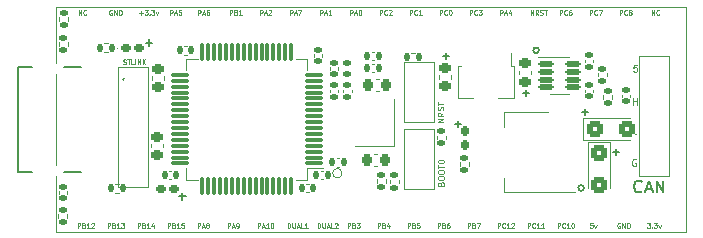
<source format=gto>
G04 #@! TF.GenerationSoftware,KiCad,Pcbnew,(6.0.7-1)-1*
G04 #@! TF.CreationDate,2023-01-12T11:00:53-05:00*
G04 #@! TF.ProjectId,F405_pill,46343035-5f70-4696-9c6c-2e6b69636164,rev?*
G04 #@! TF.SameCoordinates,Original*
G04 #@! TF.FileFunction,Legend,Top*
G04 #@! TF.FilePolarity,Positive*
%FSLAX46Y46*%
G04 Gerber Fmt 4.6, Leading zero omitted, Abs format (unit mm)*
G04 Created by KiCad (PCBNEW (6.0.7-1)-1) date 2023-01-12 11:00:53*
%MOMM*%
%LPD*%
G01*
G04 APERTURE LIST*
G04 Aperture macros list*
%AMRoundRect*
0 Rectangle with rounded corners*
0 $1 Rounding radius*
0 $2 $3 $4 $5 $6 $7 $8 $9 X,Y pos of 4 corners*
0 Add a 4 corners polygon primitive as box body*
4,1,4,$2,$3,$4,$5,$6,$7,$8,$9,$2,$3,0*
0 Add four circle primitives for the rounded corners*
1,1,$1+$1,$2,$3*
1,1,$1+$1,$4,$5*
1,1,$1+$1,$6,$7*
1,1,$1+$1,$8,$9*
0 Add four rect primitives between the rounded corners*
20,1,$1+$1,$2,$3,$4,$5,0*
20,1,$1+$1,$4,$5,$6,$7,0*
20,1,$1+$1,$6,$7,$8,$9,0*
20,1,$1+$1,$8,$9,$2,$3,0*%
%AMFreePoly0*
4,1,9,3.862500,-0.866500,0.737500,-0.866500,0.737500,-0.450000,-0.737500,-0.450000,-0.737500,0.450000,0.737500,0.450000,0.737500,0.866500,3.862500,0.866500,3.862500,-0.866500,3.862500,-0.866500,$1*%
G04 Aperture macros list end*
%ADD10C,0.200000*%
%ADD11C,0.100000*%
%ADD12C,0.060000*%
%ADD13C,0.150000*%
%ADD14C,0.080000*%
%ADD15C,0.090000*%
%ADD16C,0.070000*%
%ADD17C,0.120000*%
%ADD18C,0.127000*%
%ADD19RoundRect,0.135000X0.185000X-0.135000X0.185000X0.135000X-0.185000X0.135000X-0.185000X-0.135000X0*%
%ADD20RoundRect,0.225000X0.250000X-0.225000X0.250000X0.225000X-0.250000X0.225000X-0.250000X-0.225000X0*%
%ADD21RoundRect,0.225000X-0.250000X0.225000X-0.250000X-0.225000X0.250000X-0.225000X0.250000X0.225000X0*%
%ADD22RoundRect,0.140000X0.140000X0.170000X-0.140000X0.170000X-0.140000X-0.170000X0.140000X-0.170000X0*%
%ADD23RoundRect,0.135000X-0.135000X-0.185000X0.135000X-0.185000X0.135000X0.185000X-0.135000X0.185000X0*%
%ADD24RoundRect,0.160000X0.160000X-0.222500X0.160000X0.222500X-0.160000X0.222500X-0.160000X-0.222500X0*%
%ADD25R,2.000000X1.500000*%
%ADD26R,2.000000X3.800000*%
%ADD27RoundRect,0.140000X0.170000X-0.140000X0.170000X0.140000X-0.170000X0.140000X-0.170000X-0.140000X0*%
%ADD28C,1.524000*%
%ADD29R,1.200000X1.400000*%
%ADD30RoundRect,0.225000X-0.225000X-0.250000X0.225000X-0.250000X0.225000X0.250000X-0.225000X0.250000X0*%
%ADD31RoundRect,0.140000X-0.170000X0.140000X-0.170000X-0.140000X0.170000X-0.140000X0.170000X0.140000X0*%
%ADD32R,0.900000X1.300000*%
%ADD33FreePoly0,270.000000*%
%ADD34RoundRect,0.140000X-0.140000X-0.170000X0.140000X-0.170000X0.140000X0.170000X-0.140000X0.170000X0*%
%ADD35RoundRect,0.250000X-0.450000X-0.425000X0.450000X-0.425000X0.450000X0.425000X-0.450000X0.425000X0*%
%ADD36RoundRect,0.135000X-0.185000X0.135000X-0.185000X-0.135000X0.185000X-0.135000X0.185000X0.135000X0*%
%ADD37RoundRect,0.160000X-0.222500X-0.160000X0.222500X-0.160000X0.222500X0.160000X-0.222500X0.160000X0*%
%ADD38RoundRect,0.075000X0.700000X0.075000X-0.700000X0.075000X-0.700000X-0.075000X0.700000X-0.075000X0*%
%ADD39RoundRect,0.075000X0.075000X0.700000X-0.075000X0.700000X-0.075000X-0.700000X0.075000X-0.700000X0*%
%ADD40RoundRect,0.225000X0.225000X0.250000X-0.225000X0.250000X-0.225000X-0.250000X0.225000X-0.250000X0*%
%ADD41RoundRect,0.147500X-0.172500X0.147500X-0.172500X-0.147500X0.172500X-0.147500X0.172500X0.147500X0*%
%ADD42RoundRect,0.250000X-0.425000X0.450000X-0.425000X-0.450000X0.425000X-0.450000X0.425000X0.450000X0*%
%ADD43RoundRect,0.125000X-0.537500X-0.125000X0.537500X-0.125000X0.537500X0.125000X-0.537500X0.125000X0*%
%ADD44C,0.700000*%
%ADD45R,1.450000X0.600000*%
%ADD46R,1.450000X0.300000*%
%ADD47O,2.100000X1.050000*%
G04 APERTURE END LIST*
D10*
X137230832Y-78850000D02*
G75*
G03*
X137230832Y-78850000I-240832J0D01*
G01*
X141040832Y-90500000D02*
G75*
G03*
X141040832Y-90500000I-240832J0D01*
G01*
D11*
X120560000Y-89250000D02*
G75*
G03*
X120560000Y-89250000I-400000J0D01*
G01*
D12*
X128654238Y-93890952D02*
X128654238Y-93490952D01*
X128806619Y-93490952D01*
X128844714Y-93510000D01*
X128863761Y-93529047D01*
X128882809Y-93567142D01*
X128882809Y-93624285D01*
X128863761Y-93662380D01*
X128844714Y-93681428D01*
X128806619Y-93700476D01*
X128654238Y-93700476D01*
X129187571Y-93681428D02*
X129244714Y-93700476D01*
X129263761Y-93719523D01*
X129282809Y-93757619D01*
X129282809Y-93814761D01*
X129263761Y-93852857D01*
X129244714Y-93871904D01*
X129206619Y-93890952D01*
X129054238Y-93890952D01*
X129054238Y-93490952D01*
X129187571Y-93490952D01*
X129225666Y-93510000D01*
X129244714Y-93529047D01*
X129263761Y-93567142D01*
X129263761Y-93605238D01*
X129244714Y-93643333D01*
X129225666Y-93662380D01*
X129187571Y-93681428D01*
X129054238Y-93681428D01*
X129625666Y-93490952D02*
X129549476Y-93490952D01*
X129511380Y-93510000D01*
X129492333Y-93529047D01*
X129454238Y-93586190D01*
X129435190Y-93662380D01*
X129435190Y-93814761D01*
X129454238Y-93852857D01*
X129473285Y-93871904D01*
X129511380Y-93890952D01*
X129587571Y-93890952D01*
X129625666Y-93871904D01*
X129644714Y-93852857D01*
X129663761Y-93814761D01*
X129663761Y-93719523D01*
X129644714Y-93681428D01*
X129625666Y-93662380D01*
X129587571Y-93643333D01*
X129511380Y-93643333D01*
X129473285Y-93662380D01*
X129454238Y-93681428D01*
X129435190Y-93719523D01*
X118494238Y-93890952D02*
X118494238Y-93490952D01*
X118589476Y-93490952D01*
X118646619Y-93510000D01*
X118684714Y-93548095D01*
X118703761Y-93586190D01*
X118722809Y-93662380D01*
X118722809Y-93719523D01*
X118703761Y-93795714D01*
X118684714Y-93833809D01*
X118646619Y-93871904D01*
X118589476Y-93890952D01*
X118494238Y-93890952D01*
X118894238Y-93490952D02*
X118894238Y-93814761D01*
X118913285Y-93852857D01*
X118932333Y-93871904D01*
X118970428Y-93890952D01*
X119046619Y-93890952D01*
X119084714Y-93871904D01*
X119103761Y-93852857D01*
X119122809Y-93814761D01*
X119122809Y-93490952D01*
X119294238Y-93776666D02*
X119484714Y-93776666D01*
X119256142Y-93890952D02*
X119389476Y-93490952D01*
X119522809Y-93890952D01*
X119846619Y-93890952D02*
X119656142Y-93890952D01*
X119656142Y-93490952D01*
X119960904Y-93529047D02*
X119979952Y-93510000D01*
X120018047Y-93490952D01*
X120113285Y-93490952D01*
X120151380Y-93510000D01*
X120170428Y-93529047D01*
X120189476Y-93567142D01*
X120189476Y-93605238D01*
X120170428Y-93662380D01*
X119941857Y-93890952D01*
X120189476Y-93890952D01*
X113414238Y-93890952D02*
X113414238Y-93490952D01*
X113566619Y-93490952D01*
X113604714Y-93510000D01*
X113623761Y-93529047D01*
X113642809Y-93567142D01*
X113642809Y-93624285D01*
X113623761Y-93662380D01*
X113604714Y-93681428D01*
X113566619Y-93700476D01*
X113414238Y-93700476D01*
X113795190Y-93776666D02*
X113985666Y-93776666D01*
X113757095Y-93890952D02*
X113890428Y-93490952D01*
X114023761Y-93890952D01*
X114366619Y-93890952D02*
X114138047Y-93890952D01*
X114252333Y-93890952D02*
X114252333Y-93490952D01*
X114214238Y-93548095D01*
X114176142Y-93586190D01*
X114138047Y-93605238D01*
X114614238Y-93490952D02*
X114652333Y-93490952D01*
X114690428Y-93510000D01*
X114709476Y-93529047D01*
X114728523Y-93567142D01*
X114747571Y-93643333D01*
X114747571Y-93738571D01*
X114728523Y-93814761D01*
X114709476Y-93852857D01*
X114690428Y-93871904D01*
X114652333Y-93890952D01*
X114614238Y-93890952D01*
X114576142Y-93871904D01*
X114557095Y-93852857D01*
X114538047Y-93814761D01*
X114519000Y-93738571D01*
X114519000Y-93643333D01*
X114538047Y-93567142D01*
X114557095Y-93529047D01*
X114576142Y-93510000D01*
X114614238Y-93490952D01*
X146396142Y-93490952D02*
X146643761Y-93490952D01*
X146510428Y-93643333D01*
X146567571Y-93643333D01*
X146605666Y-93662380D01*
X146624714Y-93681428D01*
X146643761Y-93719523D01*
X146643761Y-93814761D01*
X146624714Y-93852857D01*
X146605666Y-93871904D01*
X146567571Y-93890952D01*
X146453285Y-93890952D01*
X146415190Y-93871904D01*
X146396142Y-93852857D01*
X146815190Y-93852857D02*
X146834238Y-93871904D01*
X146815190Y-93890952D01*
X146796142Y-93871904D01*
X146815190Y-93852857D01*
X146815190Y-93890952D01*
X146967571Y-93490952D02*
X147215190Y-93490952D01*
X147081857Y-93643333D01*
X147139000Y-93643333D01*
X147177095Y-93662380D01*
X147196142Y-93681428D01*
X147215190Y-93719523D01*
X147215190Y-93814761D01*
X147196142Y-93852857D01*
X147177095Y-93871904D01*
X147139000Y-93890952D01*
X147024714Y-93890952D01*
X146986619Y-93871904D01*
X146967571Y-93852857D01*
X147348523Y-93624285D02*
X147443761Y-93890952D01*
X147539000Y-93624285D01*
X103254238Y-93890952D02*
X103254238Y-93490952D01*
X103406619Y-93490952D01*
X103444714Y-93510000D01*
X103463761Y-93529047D01*
X103482809Y-93567142D01*
X103482809Y-93624285D01*
X103463761Y-93662380D01*
X103444714Y-93681428D01*
X103406619Y-93700476D01*
X103254238Y-93700476D01*
X103787571Y-93681428D02*
X103844714Y-93700476D01*
X103863761Y-93719523D01*
X103882809Y-93757619D01*
X103882809Y-93814761D01*
X103863761Y-93852857D01*
X103844714Y-93871904D01*
X103806619Y-93890952D01*
X103654238Y-93890952D01*
X103654238Y-93490952D01*
X103787571Y-93490952D01*
X103825666Y-93510000D01*
X103844714Y-93529047D01*
X103863761Y-93567142D01*
X103863761Y-93605238D01*
X103844714Y-93643333D01*
X103825666Y-93662380D01*
X103787571Y-93681428D01*
X103654238Y-93681428D01*
X104263761Y-93890952D02*
X104035190Y-93890952D01*
X104149476Y-93890952D02*
X104149476Y-93490952D01*
X104111380Y-93548095D01*
X104073285Y-93586190D01*
X104035190Y-93605238D01*
X104606619Y-93624285D02*
X104606619Y-93890952D01*
X104511380Y-93471904D02*
X104416142Y-93757619D01*
X104663761Y-93757619D01*
D13*
X129093333Y-79360000D02*
X129626666Y-79360000D01*
X129360000Y-79626666D02*
X129360000Y-79093333D01*
D12*
X113609333Y-75840952D02*
X113609333Y-75440952D01*
X113761714Y-75440952D01*
X113799809Y-75460000D01*
X113818857Y-75479047D01*
X113837904Y-75517142D01*
X113837904Y-75574285D01*
X113818857Y-75612380D01*
X113799809Y-75631428D01*
X113761714Y-75650476D01*
X113609333Y-75650476D01*
X113990285Y-75726666D02*
X114180761Y-75726666D01*
X113952190Y-75840952D02*
X114085523Y-75440952D01*
X114218857Y-75840952D01*
X114333142Y-75479047D02*
X114352190Y-75460000D01*
X114390285Y-75440952D01*
X114485523Y-75440952D01*
X114523619Y-75460000D01*
X114542666Y-75479047D01*
X114561714Y-75517142D01*
X114561714Y-75555238D01*
X114542666Y-75612380D01*
X114314095Y-75840952D01*
X114561714Y-75840952D01*
D13*
X130083333Y-85080000D02*
X130616666Y-85080000D01*
X130350000Y-85346666D02*
X130350000Y-84813333D01*
D12*
X136532857Y-75840952D02*
X136532857Y-75440952D01*
X136761428Y-75840952D01*
X136761428Y-75440952D01*
X137180476Y-75840952D02*
X137047142Y-75650476D01*
X136951904Y-75840952D02*
X136951904Y-75440952D01*
X137104285Y-75440952D01*
X137142380Y-75460000D01*
X137161428Y-75479047D01*
X137180476Y-75517142D01*
X137180476Y-75574285D01*
X137161428Y-75612380D01*
X137142380Y-75631428D01*
X137104285Y-75650476D01*
X136951904Y-75650476D01*
X137332857Y-75821904D02*
X137390000Y-75840952D01*
X137485238Y-75840952D01*
X137523333Y-75821904D01*
X137542380Y-75802857D01*
X137561428Y-75764761D01*
X137561428Y-75726666D01*
X137542380Y-75688571D01*
X137523333Y-75669523D01*
X137485238Y-75650476D01*
X137409047Y-75631428D01*
X137370952Y-75612380D01*
X137351904Y-75593333D01*
X137332857Y-75555238D01*
X137332857Y-75517142D01*
X137351904Y-75479047D01*
X137370952Y-75460000D01*
X137409047Y-75440952D01*
X137504285Y-75440952D01*
X137561428Y-75460000D01*
X137675714Y-75440952D02*
X137904285Y-75440952D01*
X137790000Y-75840952D02*
X137790000Y-75440952D01*
X103389047Y-75688571D02*
X103693809Y-75688571D01*
X103541428Y-75840952D02*
X103541428Y-75536190D01*
X103846190Y-75440952D02*
X104093809Y-75440952D01*
X103960476Y-75593333D01*
X104017619Y-75593333D01*
X104055714Y-75612380D01*
X104074761Y-75631428D01*
X104093809Y-75669523D01*
X104093809Y-75764761D01*
X104074761Y-75802857D01*
X104055714Y-75821904D01*
X104017619Y-75840952D01*
X103903333Y-75840952D01*
X103865238Y-75821904D01*
X103846190Y-75802857D01*
X104265238Y-75802857D02*
X104284285Y-75821904D01*
X104265238Y-75840952D01*
X104246190Y-75821904D01*
X104265238Y-75802857D01*
X104265238Y-75840952D01*
X104417619Y-75440952D02*
X104665238Y-75440952D01*
X104531904Y-75593333D01*
X104589047Y-75593333D01*
X104627142Y-75612380D01*
X104646190Y-75631428D01*
X104665238Y-75669523D01*
X104665238Y-75764761D01*
X104646190Y-75802857D01*
X104627142Y-75821904D01*
X104589047Y-75840952D01*
X104474761Y-75840952D01*
X104436666Y-75821904D01*
X104417619Y-75802857D01*
X104798571Y-75574285D02*
X104893809Y-75840952D01*
X104989047Y-75574285D01*
X98174238Y-93890952D02*
X98174238Y-93490952D01*
X98326619Y-93490952D01*
X98364714Y-93510000D01*
X98383761Y-93529047D01*
X98402809Y-93567142D01*
X98402809Y-93624285D01*
X98383761Y-93662380D01*
X98364714Y-93681428D01*
X98326619Y-93700476D01*
X98174238Y-93700476D01*
X98707571Y-93681428D02*
X98764714Y-93700476D01*
X98783761Y-93719523D01*
X98802809Y-93757619D01*
X98802809Y-93814761D01*
X98783761Y-93852857D01*
X98764714Y-93871904D01*
X98726619Y-93890952D01*
X98574238Y-93890952D01*
X98574238Y-93490952D01*
X98707571Y-93490952D01*
X98745666Y-93510000D01*
X98764714Y-93529047D01*
X98783761Y-93567142D01*
X98783761Y-93605238D01*
X98764714Y-93643333D01*
X98745666Y-93662380D01*
X98707571Y-93681428D01*
X98574238Y-93681428D01*
X99183761Y-93890952D02*
X98955190Y-93890952D01*
X99069476Y-93890952D02*
X99069476Y-93490952D01*
X99031380Y-93548095D01*
X98993285Y-93586190D01*
X98955190Y-93605238D01*
X99336142Y-93529047D02*
X99355190Y-93510000D01*
X99393285Y-93490952D01*
X99488523Y-93490952D01*
X99526619Y-93510000D01*
X99545666Y-93529047D01*
X99564714Y-93567142D01*
X99564714Y-93605238D01*
X99545666Y-93662380D01*
X99317095Y-93890952D01*
X99564714Y-93890952D01*
D13*
X135863333Y-82470000D02*
X136396666Y-82470000D01*
X136130000Y-82736666D02*
X136130000Y-82203333D01*
D14*
X145530857Y-80063428D02*
X145245142Y-80063428D01*
X145216571Y-80349142D01*
X145245142Y-80320571D01*
X145302285Y-80292000D01*
X145445142Y-80292000D01*
X145502285Y-80320571D01*
X145530857Y-80349142D01*
X145559428Y-80406285D01*
X145559428Y-80549142D01*
X145530857Y-80606285D01*
X145502285Y-80634857D01*
X145445142Y-80663428D01*
X145302285Y-80663428D01*
X145245142Y-80634857D01*
X145216571Y-80606285D01*
D13*
X145915142Y-90781142D02*
X145867523Y-90828761D01*
X145724666Y-90876380D01*
X145629428Y-90876380D01*
X145486571Y-90828761D01*
X145391333Y-90733523D01*
X145343714Y-90638285D01*
X145296095Y-90447809D01*
X145296095Y-90304952D01*
X145343714Y-90114476D01*
X145391333Y-90019238D01*
X145486571Y-89924000D01*
X145629428Y-89876380D01*
X145724666Y-89876380D01*
X145867523Y-89924000D01*
X145915142Y-89971619D01*
X146296095Y-90590666D02*
X146772285Y-90590666D01*
X146200857Y-90876380D02*
X146534190Y-89876380D01*
X146867523Y-90876380D01*
X147200857Y-90876380D02*
X147200857Y-89876380D01*
X147772285Y-90876380D01*
X147772285Y-89876380D01*
D15*
X129146190Y-84931428D02*
X128646190Y-84931428D01*
X129146190Y-84645714D01*
X128646190Y-84645714D01*
X129146190Y-84121904D02*
X128908095Y-84288571D01*
X129146190Y-84407619D02*
X128646190Y-84407619D01*
X128646190Y-84217142D01*
X128670000Y-84169523D01*
X128693809Y-84145714D01*
X128741428Y-84121904D01*
X128812857Y-84121904D01*
X128860476Y-84145714D01*
X128884285Y-84169523D01*
X128908095Y-84217142D01*
X128908095Y-84407619D01*
X129122380Y-83931428D02*
X129146190Y-83860000D01*
X129146190Y-83740952D01*
X129122380Y-83693333D01*
X129098571Y-83669523D01*
X129050952Y-83645714D01*
X129003333Y-83645714D01*
X128955714Y-83669523D01*
X128931904Y-83693333D01*
X128908095Y-83740952D01*
X128884285Y-83836190D01*
X128860476Y-83883809D01*
X128836666Y-83907619D01*
X128789047Y-83931428D01*
X128741428Y-83931428D01*
X128693809Y-83907619D01*
X128670000Y-83883809D01*
X128646190Y-83836190D01*
X128646190Y-83717142D01*
X128670000Y-83645714D01*
X128646190Y-83502857D02*
X128646190Y-83217142D01*
X129146190Y-83360000D02*
X128646190Y-83360000D01*
X128924285Y-90146666D02*
X128948095Y-90075238D01*
X128971904Y-90051428D01*
X129019523Y-90027619D01*
X129090952Y-90027619D01*
X129138571Y-90051428D01*
X129162380Y-90075238D01*
X129186190Y-90122857D01*
X129186190Y-90313333D01*
X128686190Y-90313333D01*
X128686190Y-90146666D01*
X128710000Y-90099047D01*
X128733809Y-90075238D01*
X128781428Y-90051428D01*
X128829047Y-90051428D01*
X128876666Y-90075238D01*
X128900476Y-90099047D01*
X128924285Y-90146666D01*
X128924285Y-90313333D01*
X128686190Y-89718095D02*
X128686190Y-89622857D01*
X128710000Y-89575238D01*
X128757619Y-89527619D01*
X128852857Y-89503809D01*
X129019523Y-89503809D01*
X129114761Y-89527619D01*
X129162380Y-89575238D01*
X129186190Y-89622857D01*
X129186190Y-89718095D01*
X129162380Y-89765714D01*
X129114761Y-89813333D01*
X129019523Y-89837142D01*
X128852857Y-89837142D01*
X128757619Y-89813333D01*
X128710000Y-89765714D01*
X128686190Y-89718095D01*
X128686190Y-89194285D02*
X128686190Y-89099047D01*
X128710000Y-89051428D01*
X128757619Y-89003809D01*
X128852857Y-88980000D01*
X129019523Y-88980000D01*
X129114761Y-89003809D01*
X129162380Y-89051428D01*
X129186190Y-89099047D01*
X129186190Y-89194285D01*
X129162380Y-89241904D01*
X129114761Y-89289523D01*
X129019523Y-89313333D01*
X128852857Y-89313333D01*
X128757619Y-89289523D01*
X128710000Y-89241904D01*
X128686190Y-89194285D01*
X128686190Y-88837142D02*
X128686190Y-88551428D01*
X129186190Y-88694285D02*
X128686190Y-88694285D01*
X128686190Y-88289523D02*
X128686190Y-88241904D01*
X128710000Y-88194285D01*
X128733809Y-88170476D01*
X128781428Y-88146666D01*
X128876666Y-88122857D01*
X128995714Y-88122857D01*
X129090952Y-88146666D01*
X129138571Y-88170476D01*
X129162380Y-88194285D01*
X129186190Y-88241904D01*
X129186190Y-88289523D01*
X129162380Y-88337142D01*
X129138571Y-88360952D01*
X129090952Y-88384761D01*
X128995714Y-88408571D01*
X128876666Y-88408571D01*
X128781428Y-88384761D01*
X128733809Y-88360952D01*
X128710000Y-88337142D01*
X128686190Y-88289523D01*
D12*
X121034238Y-93890952D02*
X121034238Y-93490952D01*
X121186619Y-93490952D01*
X121224714Y-93510000D01*
X121243761Y-93529047D01*
X121262809Y-93567142D01*
X121262809Y-93624285D01*
X121243761Y-93662380D01*
X121224714Y-93681428D01*
X121186619Y-93700476D01*
X121034238Y-93700476D01*
X121567571Y-93681428D02*
X121624714Y-93700476D01*
X121643761Y-93719523D01*
X121662809Y-93757619D01*
X121662809Y-93814761D01*
X121643761Y-93852857D01*
X121624714Y-93871904D01*
X121586619Y-93890952D01*
X121434238Y-93890952D01*
X121434238Y-93490952D01*
X121567571Y-93490952D01*
X121605666Y-93510000D01*
X121624714Y-93529047D01*
X121643761Y-93567142D01*
X121643761Y-93605238D01*
X121624714Y-93643333D01*
X121605666Y-93662380D01*
X121567571Y-93681428D01*
X121434238Y-93681428D01*
X121796142Y-93490952D02*
X122043761Y-93490952D01*
X121910428Y-93643333D01*
X121967571Y-93643333D01*
X122005666Y-93662380D01*
X122024714Y-93681428D01*
X122043761Y-93719523D01*
X122043761Y-93814761D01*
X122024714Y-93852857D01*
X122005666Y-93871904D01*
X121967571Y-93890952D01*
X121853285Y-93890952D01*
X121815190Y-93871904D01*
X121796142Y-93852857D01*
X101071238Y-75460000D02*
X101033142Y-75440952D01*
X100976000Y-75440952D01*
X100918857Y-75460000D01*
X100880761Y-75498095D01*
X100861714Y-75536190D01*
X100842666Y-75612380D01*
X100842666Y-75669523D01*
X100861714Y-75745714D01*
X100880761Y-75783809D01*
X100918857Y-75821904D01*
X100976000Y-75840952D01*
X101014095Y-75840952D01*
X101071238Y-75821904D01*
X101090285Y-75802857D01*
X101090285Y-75669523D01*
X101014095Y-75669523D01*
X101261714Y-75840952D02*
X101261714Y-75440952D01*
X101490285Y-75840952D01*
X101490285Y-75440952D01*
X101680761Y-75840952D02*
X101680761Y-75440952D01*
X101776000Y-75440952D01*
X101833142Y-75460000D01*
X101871238Y-75498095D01*
X101890285Y-75536190D01*
X101909333Y-75612380D01*
X101909333Y-75669523D01*
X101890285Y-75745714D01*
X101871238Y-75783809D01*
X101833142Y-75821904D01*
X101776000Y-75840952D01*
X101680761Y-75840952D01*
D14*
X145216571Y-83463428D02*
X145216571Y-82863428D01*
X145216571Y-83149142D02*
X145559428Y-83149142D01*
X145559428Y-83463428D02*
X145559428Y-82863428D01*
D12*
X128820761Y-75840952D02*
X128820761Y-75440952D01*
X128973142Y-75440952D01*
X129011238Y-75460000D01*
X129030285Y-75479047D01*
X129049333Y-75517142D01*
X129049333Y-75574285D01*
X129030285Y-75612380D01*
X129011238Y-75631428D01*
X128973142Y-75650476D01*
X128820761Y-75650476D01*
X129449333Y-75802857D02*
X129430285Y-75821904D01*
X129373142Y-75840952D01*
X129335047Y-75840952D01*
X129277904Y-75821904D01*
X129239809Y-75783809D01*
X129220761Y-75745714D01*
X129201714Y-75669523D01*
X129201714Y-75612380D01*
X129220761Y-75536190D01*
X129239809Y-75498095D01*
X129277904Y-75460000D01*
X129335047Y-75440952D01*
X129373142Y-75440952D01*
X129430285Y-75460000D01*
X129449333Y-75479047D01*
X129696952Y-75440952D02*
X129735047Y-75440952D01*
X129773142Y-75460000D01*
X129792190Y-75479047D01*
X129811238Y-75517142D01*
X129830285Y-75593333D01*
X129830285Y-75688571D01*
X129811238Y-75764761D01*
X129792190Y-75802857D01*
X129773142Y-75821904D01*
X129735047Y-75840952D01*
X129696952Y-75840952D01*
X129658857Y-75821904D01*
X129639809Y-75802857D01*
X129620761Y-75764761D01*
X129601714Y-75688571D01*
X129601714Y-75593333D01*
X129620761Y-75517142D01*
X129639809Y-75479047D01*
X129658857Y-75460000D01*
X129696952Y-75440952D01*
X141766714Y-93490952D02*
X141576238Y-93490952D01*
X141557190Y-93681428D01*
X141576238Y-93662380D01*
X141614333Y-93643333D01*
X141709571Y-93643333D01*
X141747666Y-93662380D01*
X141766714Y-93681428D01*
X141785761Y-93719523D01*
X141785761Y-93814761D01*
X141766714Y-93852857D01*
X141747666Y-93871904D01*
X141709571Y-93890952D01*
X141614333Y-93890952D01*
X141576238Y-93871904D01*
X141557190Y-93852857D01*
X141919095Y-93624285D02*
X142014333Y-93890952D01*
X142109571Y-93624285D01*
X136274238Y-93890952D02*
X136274238Y-93490952D01*
X136426619Y-93490952D01*
X136464714Y-93510000D01*
X136483761Y-93529047D01*
X136502809Y-93567142D01*
X136502809Y-93624285D01*
X136483761Y-93662380D01*
X136464714Y-93681428D01*
X136426619Y-93700476D01*
X136274238Y-93700476D01*
X136902809Y-93852857D02*
X136883761Y-93871904D01*
X136826619Y-93890952D01*
X136788523Y-93890952D01*
X136731380Y-93871904D01*
X136693285Y-93833809D01*
X136674238Y-93795714D01*
X136655190Y-93719523D01*
X136655190Y-93662380D01*
X136674238Y-93586190D01*
X136693285Y-93548095D01*
X136731380Y-93510000D01*
X136788523Y-93490952D01*
X136826619Y-93490952D01*
X136883761Y-93510000D01*
X136902809Y-93529047D01*
X137283761Y-93890952D02*
X137055190Y-93890952D01*
X137169476Y-93890952D02*
X137169476Y-93490952D01*
X137131380Y-93548095D01*
X137093285Y-93586190D01*
X137055190Y-93605238D01*
X137664714Y-93890952D02*
X137436142Y-93890952D01*
X137550428Y-93890952D02*
X137550428Y-93490952D01*
X137512333Y-93548095D01*
X137474238Y-93586190D01*
X137436142Y-93605238D01*
X138814238Y-93890952D02*
X138814238Y-93490952D01*
X138966619Y-93490952D01*
X139004714Y-93510000D01*
X139023761Y-93529047D01*
X139042809Y-93567142D01*
X139042809Y-93624285D01*
X139023761Y-93662380D01*
X139004714Y-93681428D01*
X138966619Y-93700476D01*
X138814238Y-93700476D01*
X139442809Y-93852857D02*
X139423761Y-93871904D01*
X139366619Y-93890952D01*
X139328523Y-93890952D01*
X139271380Y-93871904D01*
X139233285Y-93833809D01*
X139214238Y-93795714D01*
X139195190Y-93719523D01*
X139195190Y-93662380D01*
X139214238Y-93586190D01*
X139233285Y-93548095D01*
X139271380Y-93510000D01*
X139328523Y-93490952D01*
X139366619Y-93490952D01*
X139423761Y-93510000D01*
X139442809Y-93529047D01*
X139823761Y-93890952D02*
X139595190Y-93890952D01*
X139709476Y-93890952D02*
X139709476Y-93490952D01*
X139671380Y-93548095D01*
X139633285Y-93586190D01*
X139595190Y-93605238D01*
X140071380Y-93490952D02*
X140109476Y-93490952D01*
X140147571Y-93510000D01*
X140166619Y-93529047D01*
X140185666Y-93567142D01*
X140204714Y-93643333D01*
X140204714Y-93738571D01*
X140185666Y-93814761D01*
X140166619Y-93852857D01*
X140147571Y-93871904D01*
X140109476Y-93890952D01*
X140071380Y-93890952D01*
X140033285Y-93871904D01*
X140014238Y-93852857D01*
X139995190Y-93814761D01*
X139976142Y-93738571D01*
X139976142Y-93643333D01*
X139995190Y-93567142D01*
X140014238Y-93529047D01*
X140033285Y-93510000D01*
X140071380Y-93490952D01*
X123574238Y-93890952D02*
X123574238Y-93490952D01*
X123726619Y-93490952D01*
X123764714Y-93510000D01*
X123783761Y-93529047D01*
X123802809Y-93567142D01*
X123802809Y-93624285D01*
X123783761Y-93662380D01*
X123764714Y-93681428D01*
X123726619Y-93700476D01*
X123574238Y-93700476D01*
X124107571Y-93681428D02*
X124164714Y-93700476D01*
X124183761Y-93719523D01*
X124202809Y-93757619D01*
X124202809Y-93814761D01*
X124183761Y-93852857D01*
X124164714Y-93871904D01*
X124126619Y-93890952D01*
X123974238Y-93890952D01*
X123974238Y-93490952D01*
X124107571Y-93490952D01*
X124145666Y-93510000D01*
X124164714Y-93529047D01*
X124183761Y-93567142D01*
X124183761Y-93605238D01*
X124164714Y-93643333D01*
X124145666Y-93662380D01*
X124107571Y-93681428D01*
X123974238Y-93681428D01*
X124545666Y-93624285D02*
X124545666Y-93890952D01*
X124450428Y-93471904D02*
X124355190Y-93757619D01*
X124602809Y-93757619D01*
X100714238Y-93890952D02*
X100714238Y-93490952D01*
X100866619Y-93490952D01*
X100904714Y-93510000D01*
X100923761Y-93529047D01*
X100942809Y-93567142D01*
X100942809Y-93624285D01*
X100923761Y-93662380D01*
X100904714Y-93681428D01*
X100866619Y-93700476D01*
X100714238Y-93700476D01*
X101247571Y-93681428D02*
X101304714Y-93700476D01*
X101323761Y-93719523D01*
X101342809Y-93757619D01*
X101342809Y-93814761D01*
X101323761Y-93852857D01*
X101304714Y-93871904D01*
X101266619Y-93890952D01*
X101114238Y-93890952D01*
X101114238Y-93490952D01*
X101247571Y-93490952D01*
X101285666Y-93510000D01*
X101304714Y-93529047D01*
X101323761Y-93567142D01*
X101323761Y-93605238D01*
X101304714Y-93643333D01*
X101285666Y-93662380D01*
X101247571Y-93681428D01*
X101114238Y-93681428D01*
X101723761Y-93890952D02*
X101495190Y-93890952D01*
X101609476Y-93890952D02*
X101609476Y-93490952D01*
X101571380Y-93548095D01*
X101533285Y-93586190D01*
X101495190Y-93605238D01*
X101857095Y-93490952D02*
X102104714Y-93490952D01*
X101971380Y-93643333D01*
X102028523Y-93643333D01*
X102066619Y-93662380D01*
X102085666Y-93681428D01*
X102104714Y-93719523D01*
X102104714Y-93814761D01*
X102085666Y-93852857D01*
X102066619Y-93871904D01*
X102028523Y-93890952D01*
X101914238Y-93890952D01*
X101876142Y-93871904D01*
X101857095Y-93852857D01*
X141520761Y-75840952D02*
X141520761Y-75440952D01*
X141673142Y-75440952D01*
X141711238Y-75460000D01*
X141730285Y-75479047D01*
X141749333Y-75517142D01*
X141749333Y-75574285D01*
X141730285Y-75612380D01*
X141711238Y-75631428D01*
X141673142Y-75650476D01*
X141520761Y-75650476D01*
X142149333Y-75802857D02*
X142130285Y-75821904D01*
X142073142Y-75840952D01*
X142035047Y-75840952D01*
X141977904Y-75821904D01*
X141939809Y-75783809D01*
X141920761Y-75745714D01*
X141901714Y-75669523D01*
X141901714Y-75612380D01*
X141920761Y-75536190D01*
X141939809Y-75498095D01*
X141977904Y-75460000D01*
X142035047Y-75440952D01*
X142073142Y-75440952D01*
X142130285Y-75460000D01*
X142149333Y-75479047D01*
X142282666Y-75440952D02*
X142549333Y-75440952D01*
X142377904Y-75840952D01*
X121229333Y-75840952D02*
X121229333Y-75440952D01*
X121381714Y-75440952D01*
X121419809Y-75460000D01*
X121438857Y-75479047D01*
X121457904Y-75517142D01*
X121457904Y-75574285D01*
X121438857Y-75612380D01*
X121419809Y-75631428D01*
X121381714Y-75650476D01*
X121229333Y-75650476D01*
X121610285Y-75726666D02*
X121800761Y-75726666D01*
X121572190Y-75840952D02*
X121705523Y-75440952D01*
X121838857Y-75840952D01*
X122048380Y-75440952D02*
X122086476Y-75440952D01*
X122124571Y-75460000D01*
X122143619Y-75479047D01*
X122162666Y-75517142D01*
X122181714Y-75593333D01*
X122181714Y-75688571D01*
X122162666Y-75764761D01*
X122143619Y-75802857D01*
X122124571Y-75821904D01*
X122086476Y-75840952D01*
X122048380Y-75840952D01*
X122010285Y-75821904D01*
X121991238Y-75802857D01*
X121972190Y-75764761D01*
X121953142Y-75688571D01*
X121953142Y-75593333D01*
X121972190Y-75517142D01*
X121991238Y-75479047D01*
X122010285Y-75460000D01*
X122048380Y-75440952D01*
D13*
X103973333Y-78200000D02*
X104506666Y-78200000D01*
X104240000Y-78466666D02*
X104240000Y-77933333D01*
D14*
X145445142Y-88092000D02*
X145388000Y-88063428D01*
X145302285Y-88063428D01*
X145216571Y-88092000D01*
X145159428Y-88149142D01*
X145130857Y-88206285D01*
X145102285Y-88320571D01*
X145102285Y-88406285D01*
X145130857Y-88520571D01*
X145159428Y-88577714D01*
X145216571Y-88634857D01*
X145302285Y-88663428D01*
X145359428Y-88663428D01*
X145445142Y-88634857D01*
X145473714Y-88606285D01*
X145473714Y-88406285D01*
X145359428Y-88406285D01*
D12*
X131194238Y-93890952D02*
X131194238Y-93490952D01*
X131346619Y-93490952D01*
X131384714Y-93510000D01*
X131403761Y-93529047D01*
X131422809Y-93567142D01*
X131422809Y-93624285D01*
X131403761Y-93662380D01*
X131384714Y-93681428D01*
X131346619Y-93700476D01*
X131194238Y-93700476D01*
X131727571Y-93681428D02*
X131784714Y-93700476D01*
X131803761Y-93719523D01*
X131822809Y-93757619D01*
X131822809Y-93814761D01*
X131803761Y-93852857D01*
X131784714Y-93871904D01*
X131746619Y-93890952D01*
X131594238Y-93890952D01*
X131594238Y-93490952D01*
X131727571Y-93490952D01*
X131765666Y-93510000D01*
X131784714Y-93529047D01*
X131803761Y-93567142D01*
X131803761Y-93605238D01*
X131784714Y-93643333D01*
X131765666Y-93662380D01*
X131727571Y-93681428D01*
X131594238Y-93681428D01*
X131956142Y-93490952D02*
X132222809Y-93490952D01*
X132051380Y-93890952D01*
X133734238Y-93890952D02*
X133734238Y-93490952D01*
X133886619Y-93490952D01*
X133924714Y-93510000D01*
X133943761Y-93529047D01*
X133962809Y-93567142D01*
X133962809Y-93624285D01*
X133943761Y-93662380D01*
X133924714Y-93681428D01*
X133886619Y-93700476D01*
X133734238Y-93700476D01*
X134362809Y-93852857D02*
X134343761Y-93871904D01*
X134286619Y-93890952D01*
X134248523Y-93890952D01*
X134191380Y-93871904D01*
X134153285Y-93833809D01*
X134134238Y-93795714D01*
X134115190Y-93719523D01*
X134115190Y-93662380D01*
X134134238Y-93586190D01*
X134153285Y-93548095D01*
X134191380Y-93510000D01*
X134248523Y-93490952D01*
X134286619Y-93490952D01*
X134343761Y-93510000D01*
X134362809Y-93529047D01*
X134743761Y-93890952D02*
X134515190Y-93890952D01*
X134629476Y-93890952D02*
X134629476Y-93490952D01*
X134591380Y-93548095D01*
X134553285Y-93586190D01*
X134515190Y-93605238D01*
X134896142Y-93529047D02*
X134915190Y-93510000D01*
X134953285Y-93490952D01*
X135048523Y-93490952D01*
X135086619Y-93510000D01*
X135105666Y-93529047D01*
X135124714Y-93567142D01*
X135124714Y-93605238D01*
X135105666Y-93662380D01*
X134877095Y-93890952D01*
X135124714Y-93890952D01*
D13*
X143503333Y-87440000D02*
X144036666Y-87440000D01*
X143770000Y-87706666D02*
X143770000Y-87173333D01*
D12*
X111040761Y-75840952D02*
X111040761Y-75440952D01*
X111193142Y-75440952D01*
X111231238Y-75460000D01*
X111250285Y-75479047D01*
X111269333Y-75517142D01*
X111269333Y-75574285D01*
X111250285Y-75612380D01*
X111231238Y-75631428D01*
X111193142Y-75650476D01*
X111040761Y-75650476D01*
X111574095Y-75631428D02*
X111631238Y-75650476D01*
X111650285Y-75669523D01*
X111669333Y-75707619D01*
X111669333Y-75764761D01*
X111650285Y-75802857D01*
X111631238Y-75821904D01*
X111593142Y-75840952D01*
X111440761Y-75840952D01*
X111440761Y-75440952D01*
X111574095Y-75440952D01*
X111612190Y-75460000D01*
X111631238Y-75479047D01*
X111650285Y-75517142D01*
X111650285Y-75555238D01*
X111631238Y-75593333D01*
X111612190Y-75612380D01*
X111574095Y-75631428D01*
X111440761Y-75631428D01*
X112050285Y-75840952D02*
X111821714Y-75840952D01*
X111936000Y-75840952D02*
X111936000Y-75440952D01*
X111897904Y-75498095D01*
X111859809Y-75536190D01*
X111821714Y-75555238D01*
X108363333Y-75848952D02*
X108363333Y-75448952D01*
X108515714Y-75448952D01*
X108553809Y-75468000D01*
X108572857Y-75487047D01*
X108591904Y-75525142D01*
X108591904Y-75582285D01*
X108572857Y-75620380D01*
X108553809Y-75639428D01*
X108515714Y-75658476D01*
X108363333Y-75658476D01*
X108744285Y-75734666D02*
X108934761Y-75734666D01*
X108706190Y-75848952D02*
X108839523Y-75448952D01*
X108972857Y-75848952D01*
X109277619Y-75448952D02*
X109201428Y-75448952D01*
X109163333Y-75468000D01*
X109144285Y-75487047D01*
X109106190Y-75544190D01*
X109087142Y-75620380D01*
X109087142Y-75772761D01*
X109106190Y-75810857D01*
X109125238Y-75829904D01*
X109163333Y-75848952D01*
X109239523Y-75848952D01*
X109277619Y-75829904D01*
X109296666Y-75810857D01*
X109315714Y-75772761D01*
X109315714Y-75677523D01*
X109296666Y-75639428D01*
X109277619Y-75620380D01*
X109239523Y-75601333D01*
X109163333Y-75601333D01*
X109125238Y-75620380D01*
X109106190Y-75639428D01*
X109087142Y-75677523D01*
X123740761Y-75840952D02*
X123740761Y-75440952D01*
X123893142Y-75440952D01*
X123931238Y-75460000D01*
X123950285Y-75479047D01*
X123969333Y-75517142D01*
X123969333Y-75574285D01*
X123950285Y-75612380D01*
X123931238Y-75631428D01*
X123893142Y-75650476D01*
X123740761Y-75650476D01*
X124369333Y-75802857D02*
X124350285Y-75821904D01*
X124293142Y-75840952D01*
X124255047Y-75840952D01*
X124197904Y-75821904D01*
X124159809Y-75783809D01*
X124140761Y-75745714D01*
X124121714Y-75669523D01*
X124121714Y-75612380D01*
X124140761Y-75536190D01*
X124159809Y-75498095D01*
X124197904Y-75460000D01*
X124255047Y-75440952D01*
X124293142Y-75440952D01*
X124350285Y-75460000D01*
X124369333Y-75479047D01*
X124521714Y-75479047D02*
X124540761Y-75460000D01*
X124578857Y-75440952D01*
X124674095Y-75440952D01*
X124712190Y-75460000D01*
X124731238Y-75479047D01*
X124750285Y-75517142D01*
X124750285Y-75555238D01*
X124731238Y-75612380D01*
X124502666Y-75840952D01*
X124750285Y-75840952D01*
X133929333Y-75840952D02*
X133929333Y-75440952D01*
X134081714Y-75440952D01*
X134119809Y-75460000D01*
X134138857Y-75479047D01*
X134157904Y-75517142D01*
X134157904Y-75574285D01*
X134138857Y-75612380D01*
X134119809Y-75631428D01*
X134081714Y-75650476D01*
X133929333Y-75650476D01*
X134310285Y-75726666D02*
X134500761Y-75726666D01*
X134272190Y-75840952D02*
X134405523Y-75440952D01*
X134538857Y-75840952D01*
X134843619Y-75574285D02*
X134843619Y-75840952D01*
X134748380Y-75421904D02*
X134653142Y-75707619D01*
X134900761Y-75707619D01*
X116149333Y-75840952D02*
X116149333Y-75440952D01*
X116301714Y-75440952D01*
X116339809Y-75460000D01*
X116358857Y-75479047D01*
X116377904Y-75517142D01*
X116377904Y-75574285D01*
X116358857Y-75612380D01*
X116339809Y-75631428D01*
X116301714Y-75650476D01*
X116149333Y-75650476D01*
X116530285Y-75726666D02*
X116720761Y-75726666D01*
X116492190Y-75840952D02*
X116625523Y-75440952D01*
X116758857Y-75840952D01*
X116854095Y-75440952D02*
X117120761Y-75440952D01*
X116949333Y-75840952D01*
X144103761Y-93510000D02*
X144065666Y-93490952D01*
X144008523Y-93490952D01*
X143951380Y-93510000D01*
X143913285Y-93548095D01*
X143894238Y-93586190D01*
X143875190Y-93662380D01*
X143875190Y-93719523D01*
X143894238Y-93795714D01*
X143913285Y-93833809D01*
X143951380Y-93871904D01*
X144008523Y-93890952D01*
X144046619Y-93890952D01*
X144103761Y-93871904D01*
X144122809Y-93852857D01*
X144122809Y-93719523D01*
X144046619Y-93719523D01*
X144294238Y-93890952D02*
X144294238Y-93490952D01*
X144522809Y-93890952D01*
X144522809Y-93490952D01*
X144713285Y-93890952D02*
X144713285Y-93490952D01*
X144808523Y-93490952D01*
X144865666Y-93510000D01*
X144903761Y-93548095D01*
X144922809Y-93586190D01*
X144941857Y-93662380D01*
X144941857Y-93719523D01*
X144922809Y-93795714D01*
X144903761Y-93833809D01*
X144865666Y-93871904D01*
X144808523Y-93890952D01*
X144713285Y-93890952D01*
X110874238Y-93890952D02*
X110874238Y-93490952D01*
X111026619Y-93490952D01*
X111064714Y-93510000D01*
X111083761Y-93529047D01*
X111102809Y-93567142D01*
X111102809Y-93624285D01*
X111083761Y-93662380D01*
X111064714Y-93681428D01*
X111026619Y-93700476D01*
X110874238Y-93700476D01*
X111255190Y-93776666D02*
X111445666Y-93776666D01*
X111217095Y-93890952D02*
X111350428Y-93490952D01*
X111483761Y-93890952D01*
X111636142Y-93890952D02*
X111712333Y-93890952D01*
X111750428Y-93871904D01*
X111769476Y-93852857D01*
X111807571Y-93795714D01*
X111826619Y-93719523D01*
X111826619Y-93567142D01*
X111807571Y-93529047D01*
X111788523Y-93510000D01*
X111750428Y-93490952D01*
X111674238Y-93490952D01*
X111636142Y-93510000D01*
X111617095Y-93529047D01*
X111598047Y-93567142D01*
X111598047Y-93662380D01*
X111617095Y-93700476D01*
X111636142Y-93719523D01*
X111674238Y-93738571D01*
X111750428Y-93738571D01*
X111788523Y-93719523D01*
X111807571Y-93700476D01*
X111826619Y-93662380D01*
X105989333Y-75840952D02*
X105989333Y-75440952D01*
X106141714Y-75440952D01*
X106179809Y-75460000D01*
X106198857Y-75479047D01*
X106217904Y-75517142D01*
X106217904Y-75574285D01*
X106198857Y-75612380D01*
X106179809Y-75631428D01*
X106141714Y-75650476D01*
X105989333Y-75650476D01*
X106370285Y-75726666D02*
X106560761Y-75726666D01*
X106332190Y-75840952D02*
X106465523Y-75440952D01*
X106598857Y-75840952D01*
X106922666Y-75440952D02*
X106732190Y-75440952D01*
X106713142Y-75631428D01*
X106732190Y-75612380D01*
X106770285Y-75593333D01*
X106865523Y-75593333D01*
X106903619Y-75612380D01*
X106922666Y-75631428D01*
X106941714Y-75669523D01*
X106941714Y-75764761D01*
X106922666Y-75802857D01*
X106903619Y-75821904D01*
X106865523Y-75840952D01*
X106770285Y-75840952D01*
X106732190Y-75821904D01*
X106713142Y-75802857D01*
D14*
X145473714Y-85963428D02*
X145188000Y-85963428D01*
X145188000Y-85363428D01*
D12*
X126114238Y-93890952D02*
X126114238Y-93490952D01*
X126266619Y-93490952D01*
X126304714Y-93510000D01*
X126323761Y-93529047D01*
X126342809Y-93567142D01*
X126342809Y-93624285D01*
X126323761Y-93662380D01*
X126304714Y-93681428D01*
X126266619Y-93700476D01*
X126114238Y-93700476D01*
X126647571Y-93681428D02*
X126704714Y-93700476D01*
X126723761Y-93719523D01*
X126742809Y-93757619D01*
X126742809Y-93814761D01*
X126723761Y-93852857D01*
X126704714Y-93871904D01*
X126666619Y-93890952D01*
X126514238Y-93890952D01*
X126514238Y-93490952D01*
X126647571Y-93490952D01*
X126685666Y-93510000D01*
X126704714Y-93529047D01*
X126723761Y-93567142D01*
X126723761Y-93605238D01*
X126704714Y-93643333D01*
X126685666Y-93662380D01*
X126647571Y-93681428D01*
X126514238Y-93681428D01*
X127104714Y-93490952D02*
X126914238Y-93490952D01*
X126895190Y-93681428D01*
X126914238Y-93662380D01*
X126952333Y-93643333D01*
X127047571Y-93643333D01*
X127085666Y-93662380D01*
X127104714Y-93681428D01*
X127123761Y-93719523D01*
X127123761Y-93814761D01*
X127104714Y-93852857D01*
X127085666Y-93871904D01*
X127047571Y-93890952D01*
X126952333Y-93890952D01*
X126914238Y-93871904D01*
X126895190Y-93852857D01*
X118689333Y-75840952D02*
X118689333Y-75440952D01*
X118841714Y-75440952D01*
X118879809Y-75460000D01*
X118898857Y-75479047D01*
X118917904Y-75517142D01*
X118917904Y-75574285D01*
X118898857Y-75612380D01*
X118879809Y-75631428D01*
X118841714Y-75650476D01*
X118689333Y-75650476D01*
X119070285Y-75726666D02*
X119260761Y-75726666D01*
X119032190Y-75840952D02*
X119165523Y-75440952D01*
X119298857Y-75840952D01*
X119641714Y-75840952D02*
X119413142Y-75840952D01*
X119527428Y-75840952D02*
X119527428Y-75440952D01*
X119489333Y-75498095D01*
X119451238Y-75536190D01*
X119413142Y-75555238D01*
D16*
X102026666Y-80001904D02*
X102083809Y-80020952D01*
X102179047Y-80020952D01*
X102217142Y-80001904D01*
X102236190Y-79982857D01*
X102255238Y-79944761D01*
X102255238Y-79906666D01*
X102236190Y-79868571D01*
X102217142Y-79849523D01*
X102179047Y-79830476D01*
X102102857Y-79811428D01*
X102064761Y-79792380D01*
X102045714Y-79773333D01*
X102026666Y-79735238D01*
X102026666Y-79697142D01*
X102045714Y-79659047D01*
X102064761Y-79640000D01*
X102102857Y-79620952D01*
X102198095Y-79620952D01*
X102255238Y-79640000D01*
X102369523Y-79620952D02*
X102598095Y-79620952D01*
X102483809Y-80020952D02*
X102483809Y-79620952D01*
X102921904Y-80020952D02*
X102731428Y-80020952D01*
X102731428Y-79620952D01*
X103055238Y-80020952D02*
X103055238Y-79620952D01*
X103245714Y-80020952D02*
X103245714Y-79620952D01*
X103474285Y-80020952D01*
X103474285Y-79620952D01*
X103664761Y-80020952D02*
X103664761Y-79620952D01*
X103893333Y-80020952D02*
X103721904Y-79792380D01*
X103893333Y-79620952D02*
X103664761Y-79849523D01*
D12*
X146781714Y-75840952D02*
X146781714Y-75440952D01*
X147010285Y-75840952D01*
X147010285Y-75440952D01*
X147429333Y-75802857D02*
X147410285Y-75821904D01*
X147353142Y-75840952D01*
X147315047Y-75840952D01*
X147257904Y-75821904D01*
X147219809Y-75783809D01*
X147200761Y-75745714D01*
X147181714Y-75669523D01*
X147181714Y-75612380D01*
X147200761Y-75536190D01*
X147219809Y-75498095D01*
X147257904Y-75460000D01*
X147315047Y-75440952D01*
X147353142Y-75440952D01*
X147410285Y-75460000D01*
X147429333Y-75479047D01*
D13*
X140873333Y-84080000D02*
X141406666Y-84080000D01*
X141140000Y-84346666D02*
X141140000Y-83813333D01*
D12*
X138980761Y-75840952D02*
X138980761Y-75440952D01*
X139133142Y-75440952D01*
X139171238Y-75460000D01*
X139190285Y-75479047D01*
X139209333Y-75517142D01*
X139209333Y-75574285D01*
X139190285Y-75612380D01*
X139171238Y-75631428D01*
X139133142Y-75650476D01*
X138980761Y-75650476D01*
X139609333Y-75802857D02*
X139590285Y-75821904D01*
X139533142Y-75840952D01*
X139495047Y-75840952D01*
X139437904Y-75821904D01*
X139399809Y-75783809D01*
X139380761Y-75745714D01*
X139361714Y-75669523D01*
X139361714Y-75612380D01*
X139380761Y-75536190D01*
X139399809Y-75498095D01*
X139437904Y-75460000D01*
X139495047Y-75440952D01*
X139533142Y-75440952D01*
X139590285Y-75460000D01*
X139609333Y-75479047D01*
X139952190Y-75440952D02*
X139876000Y-75440952D01*
X139837904Y-75460000D01*
X139818857Y-75479047D01*
X139780761Y-75536190D01*
X139761714Y-75612380D01*
X139761714Y-75764761D01*
X139780761Y-75802857D01*
X139799809Y-75821904D01*
X139837904Y-75840952D01*
X139914095Y-75840952D01*
X139952190Y-75821904D01*
X139971238Y-75802857D01*
X139990285Y-75764761D01*
X139990285Y-75669523D01*
X139971238Y-75631428D01*
X139952190Y-75612380D01*
X139914095Y-75593333D01*
X139837904Y-75593333D01*
X139799809Y-75612380D01*
X139780761Y-75631428D01*
X139761714Y-75669523D01*
X144060761Y-75840952D02*
X144060761Y-75440952D01*
X144213142Y-75440952D01*
X144251238Y-75460000D01*
X144270285Y-75479047D01*
X144289333Y-75517142D01*
X144289333Y-75574285D01*
X144270285Y-75612380D01*
X144251238Y-75631428D01*
X144213142Y-75650476D01*
X144060761Y-75650476D01*
X144689333Y-75802857D02*
X144670285Y-75821904D01*
X144613142Y-75840952D01*
X144575047Y-75840952D01*
X144517904Y-75821904D01*
X144479809Y-75783809D01*
X144460761Y-75745714D01*
X144441714Y-75669523D01*
X144441714Y-75612380D01*
X144460761Y-75536190D01*
X144479809Y-75498095D01*
X144517904Y-75460000D01*
X144575047Y-75440952D01*
X144613142Y-75440952D01*
X144670285Y-75460000D01*
X144689333Y-75479047D01*
X144917904Y-75612380D02*
X144879809Y-75593333D01*
X144860761Y-75574285D01*
X144841714Y-75536190D01*
X144841714Y-75517142D01*
X144860761Y-75479047D01*
X144879809Y-75460000D01*
X144917904Y-75440952D01*
X144994095Y-75440952D01*
X145032190Y-75460000D01*
X145051238Y-75479047D01*
X145070285Y-75517142D01*
X145070285Y-75536190D01*
X145051238Y-75574285D01*
X145032190Y-75593333D01*
X144994095Y-75612380D01*
X144917904Y-75612380D01*
X144879809Y-75631428D01*
X144860761Y-75650476D01*
X144841714Y-75688571D01*
X144841714Y-75764761D01*
X144860761Y-75802857D01*
X144879809Y-75821904D01*
X144917904Y-75840952D01*
X144994095Y-75840952D01*
X145032190Y-75821904D01*
X145051238Y-75802857D01*
X145070285Y-75764761D01*
X145070285Y-75688571D01*
X145051238Y-75650476D01*
X145032190Y-75631428D01*
X144994095Y-75612380D01*
X126280761Y-75840952D02*
X126280761Y-75440952D01*
X126433142Y-75440952D01*
X126471238Y-75460000D01*
X126490285Y-75479047D01*
X126509333Y-75517142D01*
X126509333Y-75574285D01*
X126490285Y-75612380D01*
X126471238Y-75631428D01*
X126433142Y-75650476D01*
X126280761Y-75650476D01*
X126909333Y-75802857D02*
X126890285Y-75821904D01*
X126833142Y-75840952D01*
X126795047Y-75840952D01*
X126737904Y-75821904D01*
X126699809Y-75783809D01*
X126680761Y-75745714D01*
X126661714Y-75669523D01*
X126661714Y-75612380D01*
X126680761Y-75536190D01*
X126699809Y-75498095D01*
X126737904Y-75460000D01*
X126795047Y-75440952D01*
X126833142Y-75440952D01*
X126890285Y-75460000D01*
X126909333Y-75479047D01*
X127290285Y-75840952D02*
X127061714Y-75840952D01*
X127176000Y-75840952D02*
X127176000Y-75440952D01*
X127137904Y-75498095D01*
X127099809Y-75536190D01*
X127061714Y-75555238D01*
X115954238Y-93890952D02*
X115954238Y-93490952D01*
X116049476Y-93490952D01*
X116106619Y-93510000D01*
X116144714Y-93548095D01*
X116163761Y-93586190D01*
X116182809Y-93662380D01*
X116182809Y-93719523D01*
X116163761Y-93795714D01*
X116144714Y-93833809D01*
X116106619Y-93871904D01*
X116049476Y-93890952D01*
X115954238Y-93890952D01*
X116354238Y-93490952D02*
X116354238Y-93814761D01*
X116373285Y-93852857D01*
X116392333Y-93871904D01*
X116430428Y-93890952D01*
X116506619Y-93890952D01*
X116544714Y-93871904D01*
X116563761Y-93852857D01*
X116582809Y-93814761D01*
X116582809Y-93490952D01*
X116754238Y-93776666D02*
X116944714Y-93776666D01*
X116716142Y-93890952D02*
X116849476Y-93490952D01*
X116982809Y-93890952D01*
X117306619Y-93890952D02*
X117116142Y-93890952D01*
X117116142Y-93490952D01*
X117649476Y-93890952D02*
X117420904Y-93890952D01*
X117535190Y-93890952D02*
X117535190Y-93490952D01*
X117497095Y-93548095D01*
X117459000Y-93586190D01*
X117420904Y-93605238D01*
X105794238Y-93890952D02*
X105794238Y-93490952D01*
X105946619Y-93490952D01*
X105984714Y-93510000D01*
X106003761Y-93529047D01*
X106022809Y-93567142D01*
X106022809Y-93624285D01*
X106003761Y-93662380D01*
X105984714Y-93681428D01*
X105946619Y-93700476D01*
X105794238Y-93700476D01*
X106327571Y-93681428D02*
X106384714Y-93700476D01*
X106403761Y-93719523D01*
X106422809Y-93757619D01*
X106422809Y-93814761D01*
X106403761Y-93852857D01*
X106384714Y-93871904D01*
X106346619Y-93890952D01*
X106194238Y-93890952D01*
X106194238Y-93490952D01*
X106327571Y-93490952D01*
X106365666Y-93510000D01*
X106384714Y-93529047D01*
X106403761Y-93567142D01*
X106403761Y-93605238D01*
X106384714Y-93643333D01*
X106365666Y-93662380D01*
X106327571Y-93681428D01*
X106194238Y-93681428D01*
X106803761Y-93890952D02*
X106575190Y-93890952D01*
X106689476Y-93890952D02*
X106689476Y-93490952D01*
X106651380Y-93548095D01*
X106613285Y-93586190D01*
X106575190Y-93605238D01*
X107165666Y-93490952D02*
X106975190Y-93490952D01*
X106956142Y-93681428D01*
X106975190Y-93662380D01*
X107013285Y-93643333D01*
X107108523Y-93643333D01*
X107146619Y-93662380D01*
X107165666Y-93681428D01*
X107184714Y-93719523D01*
X107184714Y-93814761D01*
X107165666Y-93852857D01*
X107146619Y-93871904D01*
X107108523Y-93890952D01*
X107013285Y-93890952D01*
X106975190Y-93871904D01*
X106956142Y-93852857D01*
X98267714Y-75840952D02*
X98267714Y-75440952D01*
X98496285Y-75840952D01*
X98496285Y-75440952D01*
X98915333Y-75802857D02*
X98896285Y-75821904D01*
X98839142Y-75840952D01*
X98801047Y-75840952D01*
X98743904Y-75821904D01*
X98705809Y-75783809D01*
X98686761Y-75745714D01*
X98667714Y-75669523D01*
X98667714Y-75612380D01*
X98686761Y-75536190D01*
X98705809Y-75498095D01*
X98743904Y-75460000D01*
X98801047Y-75440952D01*
X98839142Y-75440952D01*
X98896285Y-75460000D01*
X98915333Y-75479047D01*
X108334238Y-93890952D02*
X108334238Y-93490952D01*
X108486619Y-93490952D01*
X108524714Y-93510000D01*
X108543761Y-93529047D01*
X108562809Y-93567142D01*
X108562809Y-93624285D01*
X108543761Y-93662380D01*
X108524714Y-93681428D01*
X108486619Y-93700476D01*
X108334238Y-93700476D01*
X108715190Y-93776666D02*
X108905666Y-93776666D01*
X108677095Y-93890952D02*
X108810428Y-93490952D01*
X108943761Y-93890952D01*
X109134238Y-93662380D02*
X109096142Y-93643333D01*
X109077095Y-93624285D01*
X109058047Y-93586190D01*
X109058047Y-93567142D01*
X109077095Y-93529047D01*
X109096142Y-93510000D01*
X109134238Y-93490952D01*
X109210428Y-93490952D01*
X109248523Y-93510000D01*
X109267571Y-93529047D01*
X109286619Y-93567142D01*
X109286619Y-93586190D01*
X109267571Y-93624285D01*
X109248523Y-93643333D01*
X109210428Y-93662380D01*
X109134238Y-93662380D01*
X109096142Y-93681428D01*
X109077095Y-93700476D01*
X109058047Y-93738571D01*
X109058047Y-93814761D01*
X109077095Y-93852857D01*
X109096142Y-93871904D01*
X109134238Y-93890952D01*
X109210428Y-93890952D01*
X109248523Y-93871904D01*
X109267571Y-93852857D01*
X109286619Y-93814761D01*
X109286619Y-93738571D01*
X109267571Y-93700476D01*
X109248523Y-93681428D01*
X109210428Y-93662380D01*
X131360761Y-75840952D02*
X131360761Y-75440952D01*
X131513142Y-75440952D01*
X131551238Y-75460000D01*
X131570285Y-75479047D01*
X131589333Y-75517142D01*
X131589333Y-75574285D01*
X131570285Y-75612380D01*
X131551238Y-75631428D01*
X131513142Y-75650476D01*
X131360761Y-75650476D01*
X131989333Y-75802857D02*
X131970285Y-75821904D01*
X131913142Y-75840952D01*
X131875047Y-75840952D01*
X131817904Y-75821904D01*
X131779809Y-75783809D01*
X131760761Y-75745714D01*
X131741714Y-75669523D01*
X131741714Y-75612380D01*
X131760761Y-75536190D01*
X131779809Y-75498095D01*
X131817904Y-75460000D01*
X131875047Y-75440952D01*
X131913142Y-75440952D01*
X131970285Y-75460000D01*
X131989333Y-75479047D01*
X132122666Y-75440952D02*
X132370285Y-75440952D01*
X132236952Y-75593333D01*
X132294095Y-75593333D01*
X132332190Y-75612380D01*
X132351238Y-75631428D01*
X132370285Y-75669523D01*
X132370285Y-75764761D01*
X132351238Y-75802857D01*
X132332190Y-75821904D01*
X132294095Y-75840952D01*
X132179809Y-75840952D01*
X132141714Y-75821904D01*
X132122666Y-75802857D01*
D13*
X106783333Y-91220000D02*
X107316666Y-91220000D01*
X107050000Y-91486666D02*
X107050000Y-90953333D01*
D17*
X130520000Y-88609641D02*
X130520000Y-88302359D01*
X131280000Y-88609641D02*
X131280000Y-88302359D01*
X105411000Y-87078580D02*
X105411000Y-86797420D01*
X104391000Y-87078580D02*
X104391000Y-86797420D01*
X104497000Y-81046420D02*
X104497000Y-81327580D01*
X105517000Y-81046420D02*
X105517000Y-81327580D01*
X106117836Y-89040000D02*
X105902164Y-89040000D01*
X106117836Y-89760000D02*
X105902164Y-89760000D01*
X107407836Y-78500000D02*
X107192164Y-78500000D01*
X107407836Y-79220000D02*
X107192164Y-79220000D01*
X126426359Y-79050000D02*
X126733641Y-79050000D01*
X126426359Y-79810000D02*
X126733641Y-79810000D01*
D11*
X130980000Y-87541000D02*
G75*
G03*
X130980000Y-87541000I-50000J0D01*
G01*
D17*
X138032000Y-84065600D02*
X134272000Y-84065600D01*
X140282000Y-90885600D02*
X134272000Y-90885600D01*
X134272000Y-84065600D02*
X134272000Y-85325600D01*
X134272000Y-90885600D02*
X134272000Y-89625600D01*
X96580000Y-91007836D02*
X96580000Y-90792164D01*
X97300000Y-91007836D02*
X97300000Y-90792164D01*
X145712000Y-79332000D02*
X148252000Y-79332000D01*
X148252000Y-79332000D02*
X148252000Y-89492000D01*
X148252000Y-89492000D02*
X145712000Y-89492000D01*
X145712000Y-89492000D02*
X145712000Y-79332000D01*
X121680000Y-86933000D02*
X124980000Y-86933000D01*
X124980000Y-86933000D02*
X124980000Y-82933000D01*
X128360000Y-84930000D02*
X125820000Y-84930000D01*
X125820000Y-84930000D02*
X125820000Y-79850000D01*
X125820000Y-79850000D02*
X128360000Y-79850000D01*
X128360000Y-79850000D02*
X128360000Y-84930000D01*
X119500000Y-80517836D02*
X119500000Y-80302164D01*
X120220000Y-80517836D02*
X120220000Y-80302164D01*
X118874000Y-79390836D02*
X118874000Y-79175164D01*
X118154000Y-79390836D02*
X118154000Y-79175164D01*
X123400420Y-82268000D02*
X123681580Y-82268000D01*
X123400420Y-81248000D02*
X123681580Y-81248000D01*
X129340000Y-86373641D02*
X129340000Y-86066359D01*
X128580000Y-86373641D02*
X128580000Y-86066359D01*
X119498000Y-82186164D02*
X119498000Y-82401836D01*
X120218000Y-82186164D02*
X120218000Y-82401836D01*
X130370000Y-82900000D02*
X130370000Y-80180000D01*
X135090000Y-82900000D02*
X133780000Y-82900000D01*
X131680000Y-82900000D02*
X130370000Y-82900000D01*
X135090000Y-80180000D02*
X135090000Y-82900000D01*
X134860000Y-79040000D02*
X134860000Y-80180000D01*
X135090000Y-80180000D02*
X134860000Y-80180000D01*
X130370000Y-80180000D02*
X130600000Y-80180000D01*
X120122164Y-88690000D02*
X120337836Y-88690000D01*
X120122164Y-87970000D02*
X120337836Y-87970000D01*
X140990000Y-86435000D02*
X144900000Y-86435000D01*
X144900000Y-84565000D02*
X140990000Y-84565000D01*
X140990000Y-84565000D02*
X140990000Y-86435000D01*
X142190000Y-81063641D02*
X142190000Y-80756359D01*
X142950000Y-81063641D02*
X142950000Y-80756359D01*
X96550000Y-92706359D02*
X96550000Y-93013641D01*
X97310000Y-92706359D02*
X97310000Y-93013641D01*
X120640000Y-82192164D02*
X120640000Y-82407836D01*
X121360000Y-82192164D02*
X121360000Y-82407836D01*
X96595000Y-78453641D02*
X96595000Y-78146359D01*
X97355000Y-78453641D02*
X97355000Y-78146359D01*
X117522164Y-90860000D02*
X117737836Y-90860000D01*
X117522164Y-90140000D02*
X117737836Y-90140000D01*
D11*
X101585000Y-78680000D02*
G75*
G03*
X101585000Y-78680000I-50000J0D01*
G01*
D17*
X107382000Y-89789000D02*
X107382000Y-88839000D01*
X107382000Y-79569000D02*
X107382000Y-80519000D01*
X117602000Y-79569000D02*
X117602000Y-80519000D01*
X116652000Y-89789000D02*
X117602000Y-89789000D01*
X117602000Y-88839000D02*
X118942000Y-88839000D01*
X108332000Y-89789000D02*
X107382000Y-89789000D01*
X117602000Y-89789000D02*
X117602000Y-88839000D01*
X116652000Y-79569000D02*
X117602000Y-79569000D01*
X108332000Y-79569000D02*
X107382000Y-79569000D01*
X142660000Y-82973641D02*
X142660000Y-82666359D01*
X143420000Y-82973641D02*
X143420000Y-82666359D01*
X97380000Y-76378641D02*
X97380000Y-76071359D01*
X96620000Y-76378641D02*
X96620000Y-76071359D01*
X123072164Y-79710000D02*
X123287836Y-79710000D01*
X123072164Y-78990000D02*
X123287836Y-78990000D01*
X141120000Y-79875836D02*
X141120000Y-79660164D01*
X141840000Y-79875836D02*
X141840000Y-79660164D01*
X123554580Y-87598000D02*
X123273420Y-87598000D01*
X123554580Y-88618000D02*
X123273420Y-88618000D01*
X125820000Y-85500000D02*
X128360000Y-85500000D01*
X128360000Y-85500000D02*
X128360000Y-90580000D01*
X128360000Y-90580000D02*
X125820000Y-90580000D01*
X125820000Y-90580000D02*
X125820000Y-85500000D01*
X143235000Y-86590000D02*
X141365000Y-86590000D01*
X141365000Y-86590000D02*
X141365000Y-90500000D01*
X143235000Y-90500000D02*
X143235000Y-86590000D01*
X138940000Y-79440000D02*
X139740000Y-79440000D01*
X138940000Y-82560000D02*
X138140000Y-82560000D01*
X138940000Y-79440000D02*
X137140000Y-79440000D01*
X138940000Y-82560000D02*
X139740000Y-82560000D01*
X96347000Y-94202000D02*
X149687000Y-94202000D01*
X149687000Y-94202000D02*
X149687000Y-75152000D01*
X149687000Y-75152000D02*
X96347000Y-75152000D01*
X96347000Y-75152000D02*
X96347000Y-94202000D01*
X124260000Y-90073641D02*
X124260000Y-89766359D01*
X123500000Y-90073641D02*
X123500000Y-89766359D01*
X128790000Y-80969420D02*
X128790000Y-81250580D01*
X129810000Y-80969420D02*
X129810000Y-81250580D01*
X125340000Y-90113641D02*
X125340000Y-89806359D01*
X124580000Y-90113641D02*
X124580000Y-89806359D01*
X104152000Y-90392000D02*
X101612000Y-90392000D01*
X101612000Y-90392000D02*
X101612000Y-80232000D01*
X101612000Y-80232000D02*
X104152000Y-80232000D01*
X104152000Y-80232000D02*
X104152000Y-90392000D01*
X123082164Y-79970000D02*
X123297836Y-79970000D01*
X123082164Y-80690000D02*
X123297836Y-80690000D01*
X118742164Y-89060000D02*
X118957836Y-89060000D01*
X118742164Y-89780000D02*
X118957836Y-89780000D01*
X135570000Y-80880580D02*
X135570000Y-80599420D01*
X136590000Y-80880580D02*
X136590000Y-80599420D01*
D18*
X98492000Y-80242000D02*
X97052000Y-80242000D01*
X98492000Y-89182000D02*
X97052000Y-89182000D01*
X93082000Y-80242000D02*
X94312000Y-80242000D01*
X93082000Y-89182000D02*
X93082000Y-80242000D01*
X94312000Y-89182000D02*
X93082000Y-89182000D01*
D10*
X102182000Y-81312000D02*
G75*
G03*
X102182000Y-81312000I-100000J0D01*
G01*
D17*
X100406359Y-78260000D02*
X100713641Y-78260000D01*
X100406359Y-79020000D02*
X100713641Y-79020000D01*
X144240000Y-82594164D02*
X144240000Y-82809836D01*
X144960000Y-82594164D02*
X144960000Y-82809836D01*
D11*
X104555000Y-90580000D02*
G75*
G03*
X104555000Y-90580000I-50000J0D01*
G01*
D17*
X141120000Y-82172164D02*
X141120000Y-82387836D01*
X141840000Y-82172164D02*
X141840000Y-82387836D01*
X101326359Y-90160000D02*
X101633641Y-90160000D01*
X101326359Y-90920000D02*
X101633641Y-90920000D01*
%LPC*%
D19*
X130900000Y-88966000D03*
X130900000Y-87946000D03*
D20*
X104901000Y-87713000D03*
X104901000Y-86163000D03*
D21*
X105007000Y-80412000D03*
X105007000Y-81962000D03*
D22*
X106490000Y-89400000D03*
X105530000Y-89400000D03*
X107780000Y-78860000D03*
X106820000Y-78860000D03*
D23*
X126070000Y-79430000D03*
X127090000Y-79430000D03*
D24*
X130930000Y-86848500D03*
X130930000Y-85703500D03*
D25*
X139332000Y-89775600D03*
D26*
X133032000Y-87475600D03*
D25*
X139332000Y-87475600D03*
X139332000Y-85175600D03*
D27*
X96940000Y-91380000D03*
X96940000Y-90420000D03*
D28*
X146982000Y-88222000D03*
X146982000Y-85682000D03*
X146982000Y-83142000D03*
X146982000Y-80602000D03*
D29*
X124180000Y-86033000D03*
X124180000Y-83833000D03*
X122480000Y-83833000D03*
X122480000Y-86033000D03*
D28*
X127090000Y-81120000D03*
X127090000Y-83660000D03*
D27*
X119860000Y-80890000D03*
X119860000Y-79930000D03*
X118514000Y-79763000D03*
X118514000Y-78803000D03*
D30*
X122766000Y-81758000D03*
X124316000Y-81758000D03*
D19*
X128960000Y-86730000D03*
X128960000Y-85710000D03*
D31*
X119858000Y-81814000D03*
X119858000Y-82774000D03*
D32*
X134230000Y-79590000D03*
D33*
X132730000Y-79677500D03*
D32*
X131230000Y-79590000D03*
D34*
X119750000Y-88330000D03*
X120710000Y-88330000D03*
D35*
X141950000Y-85500000D03*
X144650000Y-85500000D03*
D19*
X142570000Y-81420000D03*
X142570000Y-80400000D03*
D36*
X96930000Y-92350000D03*
X96930000Y-93370000D03*
D31*
X121000000Y-81820000D03*
X121000000Y-82780000D03*
D19*
X96975000Y-78810000D03*
X96975000Y-77790000D03*
D34*
X117150000Y-90500000D03*
X118110000Y-90500000D03*
D37*
X102227500Y-78680000D03*
X103372500Y-78680000D03*
D38*
X118167000Y-88429000D03*
X118167000Y-87929000D03*
X118167000Y-87429000D03*
X118167000Y-86929000D03*
X118167000Y-86429000D03*
X118167000Y-85929000D03*
X118167000Y-85429000D03*
X118167000Y-84929000D03*
X118167000Y-84429000D03*
X118167000Y-83929000D03*
X118167000Y-83429000D03*
X118167000Y-82929000D03*
X118167000Y-82429000D03*
X118167000Y-81929000D03*
X118167000Y-81429000D03*
X118167000Y-80929000D03*
D39*
X116242000Y-79004000D03*
X115742000Y-79004000D03*
X115242000Y-79004000D03*
X114742000Y-79004000D03*
X114242000Y-79004000D03*
X113742000Y-79004000D03*
X113242000Y-79004000D03*
X112742000Y-79004000D03*
X112242000Y-79004000D03*
X111742000Y-79004000D03*
X111242000Y-79004000D03*
X110742000Y-79004000D03*
X110242000Y-79004000D03*
X109742000Y-79004000D03*
X109242000Y-79004000D03*
X108742000Y-79004000D03*
D38*
X106817000Y-80929000D03*
X106817000Y-81429000D03*
X106817000Y-81929000D03*
X106817000Y-82429000D03*
X106817000Y-82929000D03*
X106817000Y-83429000D03*
X106817000Y-83929000D03*
X106817000Y-84429000D03*
X106817000Y-84929000D03*
X106817000Y-85429000D03*
X106817000Y-85929000D03*
X106817000Y-86429000D03*
X106817000Y-86929000D03*
X106817000Y-87429000D03*
X106817000Y-87929000D03*
X106817000Y-88429000D03*
D39*
X108742000Y-90354000D03*
X109242000Y-90354000D03*
X109742000Y-90354000D03*
X110242000Y-90354000D03*
X110742000Y-90354000D03*
X111242000Y-90354000D03*
X111742000Y-90354000D03*
X112242000Y-90354000D03*
X112742000Y-90354000D03*
X113242000Y-90354000D03*
X113742000Y-90354000D03*
X114242000Y-90354000D03*
X114742000Y-90354000D03*
X115242000Y-90354000D03*
X115742000Y-90354000D03*
X116242000Y-90354000D03*
D19*
X143040000Y-83330000D03*
X143040000Y-82310000D03*
X97000000Y-76735000D03*
X97000000Y-75715000D03*
D34*
X122700000Y-79350000D03*
X123660000Y-79350000D03*
D27*
X141480000Y-80248000D03*
X141480000Y-79288000D03*
D40*
X124189000Y-88108000D03*
X122639000Y-88108000D03*
D28*
X127090000Y-89310000D03*
X127090000Y-86770000D03*
D41*
X121000000Y-79915000D03*
X121000000Y-80885000D03*
D42*
X142300000Y-87550000D03*
X142300000Y-90250000D03*
D43*
X137802500Y-80025000D03*
X137802500Y-80675000D03*
X137802500Y-81325000D03*
X137802500Y-81975000D03*
X140077500Y-81975000D03*
X140077500Y-81325000D03*
X140077500Y-80675000D03*
X140077500Y-80025000D03*
D28*
X147147000Y-77057000D03*
X144607000Y-77057000D03*
X142067000Y-77057000D03*
X139527000Y-77057000D03*
X136987000Y-77057000D03*
X134447000Y-77057000D03*
X131907000Y-77057000D03*
X129367000Y-77057000D03*
X126827000Y-77057000D03*
X124287000Y-77057000D03*
X121747000Y-77057000D03*
X119207000Y-77057000D03*
X116667000Y-77057000D03*
X114127000Y-77057000D03*
X111587000Y-77057000D03*
X109047000Y-77057000D03*
X106507000Y-77057000D03*
X103967000Y-77057000D03*
X101427000Y-77057000D03*
X98887000Y-77057000D03*
X98887000Y-92297000D03*
X101427000Y-92297000D03*
X103967000Y-92297000D03*
X106507000Y-92297000D03*
X109047000Y-92297000D03*
X111587000Y-92297000D03*
X114103395Y-92306993D03*
X116667000Y-92297000D03*
X119207000Y-92297000D03*
X121747000Y-92297000D03*
X124287000Y-92297000D03*
X126827000Y-92297000D03*
X129367000Y-92297000D03*
X131907000Y-92297000D03*
X134447000Y-92297000D03*
X136987000Y-92297000D03*
X139527000Y-92297000D03*
X142067000Y-92297000D03*
X144607000Y-92297000D03*
X147147000Y-92297000D03*
D19*
X123880000Y-90430000D03*
X123880000Y-89410000D03*
D21*
X129300000Y-80335000D03*
X129300000Y-81885000D03*
D19*
X124960000Y-90470000D03*
X124960000Y-89450000D03*
D28*
X102882000Y-81502000D03*
X102882000Y-84042000D03*
X102882000Y-86582000D03*
X102882000Y-89122000D03*
D34*
X122710000Y-80330000D03*
X123670000Y-80330000D03*
X118370000Y-89420000D03*
X119330000Y-89420000D03*
D20*
X136080000Y-81515000D03*
X136080000Y-79965000D03*
D44*
X99332000Y-87602000D03*
X99332000Y-81822000D03*
D45*
X100777000Y-81462000D03*
X100777000Y-82262000D03*
D46*
X100777000Y-83462000D03*
X100777000Y-84462000D03*
X100777000Y-84962000D03*
X100777000Y-85962000D03*
D45*
X100777000Y-87962000D03*
X100777000Y-87162000D03*
D46*
X100777000Y-86462000D03*
X100777000Y-85462000D03*
X100777000Y-83962000D03*
X100777000Y-82962000D03*
D47*
X99862000Y-80392000D03*
X99862000Y-89032000D03*
X95682000Y-80392000D03*
X95682000Y-89032000D03*
D23*
X100050000Y-78640000D03*
X101070000Y-78640000D03*
D31*
X144600000Y-82222000D03*
X144600000Y-83182000D03*
D37*
X105197500Y-90580000D03*
X106342500Y-90580000D03*
D31*
X141480000Y-81800000D03*
X141480000Y-82760000D03*
D23*
X100970000Y-90540000D03*
X101990000Y-90540000D03*
M02*

</source>
